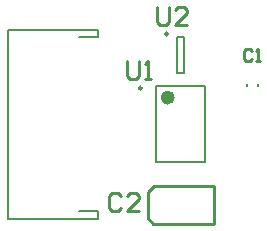
<source format=gto>
G04 Layer_Color=65535*
%FSAX24Y24*%
%MOIN*%
G70*
G01*
G75*
%ADD14C,0.0100*%
%ADD18C,0.0098*%
%ADD19C,0.0236*%
%ADD20C,0.0079*%
%ADD21C,0.0080*%
D14*
X053898Y016867D02*
X054094Y016670D01*
X053898Y017733D02*
X054095Y017930D01*
X053898Y016867D02*
Y017733D01*
X054095Y017930D02*
X056102Y017929D01*
X054094Y016670D02*
X056102D01*
Y017929D01*
X054200Y023900D02*
Y023400D01*
X054300Y023300D01*
X054500D01*
X054600Y023400D01*
Y023900D01*
X055200Y023300D02*
X054800D01*
X055200Y023700D01*
Y023800D01*
X055100Y023900D01*
X054900D01*
X054800Y023800D01*
X053200Y022100D02*
Y021600D01*
X053300Y021500D01*
X053500D01*
X053600Y021600D01*
Y022100D01*
X053800Y021500D02*
X054000D01*
X053900D01*
Y022100D01*
X053800Y022000D01*
X057367Y022433D02*
X057300Y022500D01*
X057167D01*
X057100Y022433D01*
Y022167D01*
X057167Y022100D01*
X057300D01*
X057367Y022167D01*
X057500Y022100D02*
X057633D01*
X057567D01*
Y022500D01*
X057500Y022433D01*
X053000Y017600D02*
X052900Y017700D01*
X052700D01*
X052600Y017600D01*
Y017200D01*
X052700Y017100D01*
X052900D01*
X053000Y017200D01*
X053600Y017100D02*
X053200D01*
X053600Y017500D01*
Y017600D01*
X053500Y017700D01*
X053300D01*
X053200Y017600D01*
D18*
X054577Y023009D02*
G03*
X054577Y023009I-000049J000000D01*
G01*
X053711Y021201D02*
G03*
X053711Y021201I-000049J000000D01*
G01*
D19*
X054685Y020886D02*
G03*
X054685Y020886I-000118J000000D01*
G01*
D20*
X055118Y021709D02*
Y022891D01*
X054882Y021709D02*
Y022891D01*
Y021709D02*
X055118D01*
X054882Y022891D02*
X055118D01*
X054173Y018720D02*
X055827D01*
X054173Y021280D02*
X055827D01*
Y018720D02*
Y021280D01*
X054173Y018720D02*
Y021280D01*
X057577Y021280D02*
Y021320D01*
X057223Y021280D02*
Y021320D01*
D21*
X051600Y022890D02*
X052230D01*
X051600Y017104D02*
X052230D01*
Y022890D02*
Y023150D01*
Y016848D02*
Y017104D01*
X049230Y023150D02*
X052230D01*
X049230Y016850D02*
Y023150D01*
Y016848D02*
X052230D01*
M02*

</source>
